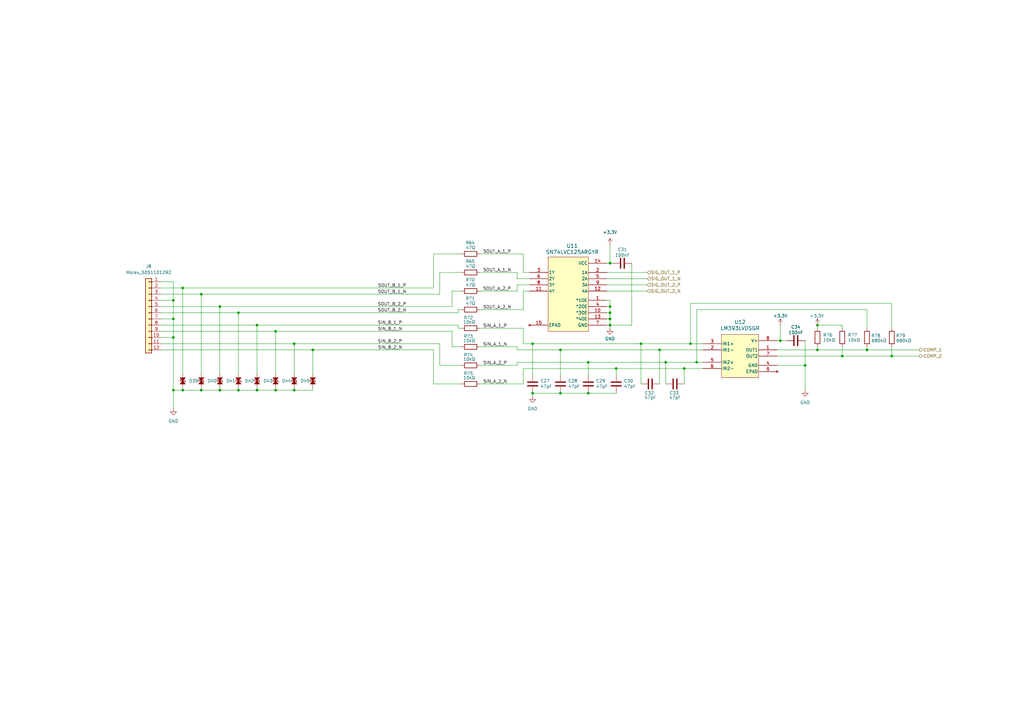
<source format=kicad_sch>
(kicad_sch (version 20250114) (generator "eeschema") (generator_version "9.0")
  (paper "A3")
  (title_block (title "Inner Small Panel Connector") (date "2025-08-04") (rev "REV A") (company "TamperSec") (comment 1 "Justin Newkirk"))
  (lib_symbols
    (symbol "Connector_Generic:Conn_01x12" (pin_names (offset 1.016) (hide yes))
      (property "Reference" "J" (at 0 15.24 0))
      (property "Value" "Conn_01x12" (at 0 -17.78 0))
      (symbol "Conn_01x12_1_1"
        (rectangle (start -1.27 13.97) (end 1.27 -16.51) (stroke (width 0.254)) (fill (type background)))
        (rectangle (start -1.27 12.827) (end 0 12.573) (stroke (width 0.1524)))
        (rectangle (start -1.27 10.287) (end 0 10.033) (stroke (width 0.1524)))
        (rectangle (start -1.27 7.747) (end 0 7.493) (stroke (width 0.1524)))
        (rectangle (start -1.27 5.207) (end 0 4.953) (stroke (width 0.1524)))
        (rectangle (start -1.27 2.667) (end 0 2.413) (stroke (width 0.1524)))
        (rectangle (start -1.27 0.127) (end 0 -0.127) (stroke (width 0.1524)))
        (rectangle (start -1.27 -2.413) (end 0 -2.667) (stroke (width 0.1524)))
        (rectangle (start -1.27 -4.953) (end 0 -5.207) (stroke (width 0.1524)))
        (rectangle (start -1.27 -7.493) (end 0 -7.747) (stroke (width 0.1524)))
        (rectangle (start -1.27 -10.033) (end 0 -10.287) (stroke (width 0.1524)))
        (rectangle (start -1.27 -12.573) (end 0 -12.827) (stroke (width 0.1524)))
        (rectangle (start -1.27 -15.113) (end 0 -15.367) (stroke (width 0.1524)))
        (pin passive line (at -5.08 12.7 0) (length 3.81) (name "Pin_1") (number "1"))
        (pin passive line (at -5.08 10.16 0) (length 3.81) (name "Pin_2") (number "2"))
        (pin passive line (at -5.08 7.62 0) (length 3.81) (name "Pin_3") (number "3"))
        (pin passive line (at -5.08 5.08 0) (length 3.81) (name "Pin_4") (number "4"))
        (pin passive line (at -5.08 2.54 0) (length 3.81) (name "Pin_5") (number "5"))
        (pin passive line (at -5.08 0 0) (length 3.81) (name "Pin_6") (number "6"))
        (pin passive line (at -5.08 -2.54 0) (length 3.81) (name "Pin_7") (number "7"))
        (pin passive line (at -5.08 -5.08 0) (length 3.81) (name "Pin_8") (number "8"))
        (pin passive line (at -5.08 -7.62 0) (length 3.81) (name "Pin_9") (number "9"))
        (pin passive line (at -5.08 -10.16 0) (length 3.81) (name "Pin_10") (number "10"))
        (pin passive line (at -5.08 -12.7 0) (length 3.81) (name "Pin_11") (number "11"))
        (pin passive line (at -5.08 -15.24 0) (length 3.81) (name "Pin_12") (number "12"))
      )
    )
    (symbol "Device:C" (pin_numbers (hide yes)) (pin_names (offset 0.254))
      (property "Reference" "C" (at 0.635 2.54 0))
      (property "Value" "C" (at 0.635 -2.54 0))
      (symbol "C_0_1"
        (polyline (pts (xy -2.032 0.762) (xy 2.032 0.762)) (stroke (width 0.508)))
        (polyline (pts (xy -2.032 -0.762) (xy 2.032 -0.762)) (stroke (width 0.508)))
      )
      (symbol "C_1_1"
        (pin passive line (at 0 3.81 270) (length 2.794) (name "~") (number "1"))
        (pin passive line (at 0 -3.81 90) (length 2.794) (name "~") (number "2"))
      )
    )
    (symbol "Device:D_TVS_Small_Filled" (pin_numbers (hide yes)) (pin_names (offset 1.016) (hide yes))
      (property "Reference" "D" (at 0 2.54 0))
      (property "Value" "D_TVS_Small_Filled" (at 0 -2.54 0))
      (symbol "D_TVS_Small_Filled_0_1"
        (polyline (pts (xy -1.27 0) (xy 1.27 0)))
        (polyline (pts (xy 0.508 1.016) (xy 0 1.016) (xy 0 -1.016) (xy -0.508 -1.016)) (stroke (width 0.254)))
      )
      (symbol "D_TVS_Small_Filled_1_1"
        (polyline (pts (xy -1.27 1.016) (xy -1.27 -1.016) (xy 0 0) (xy -1.27 1.016)) (stroke (width 0.254)) (fill (type outline)))
        (polyline (pts (xy 0 0) (xy 1.27 1.016) (xy 1.27 -1.016) (xy 0 0)) (stroke (width 0.254)) (fill (type outline)))
        (pin passive line (at -2.54 0 0) (length 1.27) (name "A1") (number "1"))
        (pin passive line (at 2.54 0 180) (length 1.27) (name "A2") (number "2"))
      )
    )
    (symbol "Device:R" (pin_numbers (hide yes)) (pin_names (offset 0))
      (property "Reference" "R" (at 2.032 0 90))
      (property "Value" "R" (at 0 0 90))
      (symbol "R_0_1"
        (rectangle (start -1.016 -2.54) (end 1.016 2.54) (stroke (width 0.254)))
      )
      (symbol "R_1_1"
        (pin passive line (at 0 3.81 270) (length 1.27) (name "~") (number "1"))
        (pin passive line (at 0 -3.81 90) (length 1.27) (name "~") (number "2"))
      )
    )
    (symbol "LM393LVDSGR:LM393LVDSGR" (pin_names (offset 0.254))
      (property "Reference" "U" (at 14.732 9.652 0))
      (property "Value" "LM393LVDSGR" (at 14.732 7.112 0))
      (symbol "LM393LVDSGR_0_1"
        (pin input line (at 0 1.27 0) (length 7.62) (name "IN1+") (number "3"))
        (pin input line (at 0 -1.27 0) (length 7.62) (name "IN1-") (number "2"))
        (pin input line (at 0 -6.35 0) (length 7.62) (name "IN2+") (number "5"))
        (pin input line (at 0 -8.89 0) (length 7.62) (name "IN2-") (number "6"))
        (pin power_in line (at 30.48 2.54 180) (length 7.62) (name "V+") (number "8"))
        (pin output line (at 30.48 -1.27 180) (length 7.62) (name "OUT1") (number "1"))
        (pin output line (at 30.48 -3.81 180) (length 7.62) (name "OUT2") (number "7"))
        (pin power_out line (at 30.48 -7.62 180) (length 7.62) (name "GND") (number "4"))
      )
      (symbol "LM393LVDSGR_1_1"
        (rectangle (start 7.62 5.08) (end 22.86 -12.7) (fill (type background)))
        (pin no_connect line (at 30.48 -10.16 180) (length 7.62) (name "EPAD") (number "9"))
      )
    )
    (symbol "SN74LVC125ARGYR:SN74LVC125ARGYR" (pin_names (offset 0.254))
      (property "Reference" "U" (at 17.78 9.652 0))
      (property "Value" "SN74LVC125ARGYR" (at 17.78 7.112 0))
      (symbol "SN74LVC125ARGYR_0_1"
        (rectangle (start 7.62 2.54) (end 24.13 -27.94) (fill (type background)))
        (pin output line (at 0 -3.81 0) (length 7.62) (name "1Y") (number "3"))
        (pin output line (at 0 -6.35 0) (length 7.62) (name "2Y") (number "6"))
        (pin output line (at 0 -8.89 0) (length 7.62) (name "3Y") (number "8"))
        (pin output line (at 0 -11.43 0) (length 7.62) (name "4Y") (number "11"))
        (pin power_in line (at 31.75 0 180) (length 7.62) (name "VCC") (number "14"))
        (pin input line (at 31.75 -3.81 180) (length 7.62) (name "1A") (number "2"))
        (pin input line (at 31.75 -6.35 180) (length 7.62) (name "2A") (number "5"))
        (pin input line (at 31.75 -8.89 180) (length 7.62) (name "3A") (number "9"))
        (pin input line (at 31.75 -11.43 180) (length 7.62) (name "4A") (number "12"))
        (pin input line (at 31.75 -15.24 180) (length 7.62) (name "*1OE") (number "1"))
        (pin input line (at 31.75 -17.78 180) (length 7.62) (name "*2OE") (number "4"))
        (pin input line (at 31.75 -20.32 180) (length 7.62) (name "*3OE") (number "10"))
        (pin input line (at 31.75 -22.86 180) (length 7.62) (name "*4OE") (number "13"))
        (pin power_in line (at 31.75 -25.4 180) (length 7.62) (name "GND") (number "7"))
      )
      (symbol "SN74LVC125ARGYR_1_1"
        (pin no_connect line (at 0 -25.4 0) (length 7.62) (name "EPAD") (number "15"))
      )
    )
    (symbol "power:+3.3V" (power) (pin_numbers (hide yes)) (pin_names (offset 0) (hide yes))
      (property "Value" "+3.3V" (at 0 3.556 0))
      (symbol "+3.3V_0_1"
        (polyline (pts (xy -0.762 1.27) (xy 0 2.54)))
        (polyline (pts (xy 0 2.54) (xy 0.762 1.27)))
        (polyline (pts (xy 0 0) (xy 0 2.54)))
      )
      (symbol "+3.3V_1_1"
        (pin power_in line (at 0 0 90) (length 0) (name "~") (number "1"))
      )
    )
    (symbol "power:GND" (power) (pin_numbers (hide yes)) (pin_names (offset 0) (hide yes))
      (property "Value" "GND" (at 0 -3.81 0))
      (symbol "GND_0_1"
        (polyline (pts (xy 0 0) (xy 0 -1.27) (xy 1.27 -1.27) (xy 0 -2.54) (xy -1.27 -1.27) (xy 0 -1.27)))
      )
      (symbol "GND_1_1"
        (pin power_in line (at 0 0 270) (length 0) (name "~") (number "1"))
      )
    )
  )
  (junction (at 113.03 135.89))
  (junction (at 71.12 160.02))
  (junction (at 320.04 139.7))
  (junction (at 250.19 107.95))
  (junction (at 82.55 120.65))
  (junction (at 74.93 160.02))
  (junction (at 97.79 128.27))
  (junction (at 365.76 146.05))
  (junction (at 345.44 146.05))
  (junction (at 335.28 133.35))
  (junction (at 229.87 161.29))
  (junction (at 105.41 160.02))
  (junction (at 250.19 130.81))
  (junction (at 285.75 148.59))
  (junction (at 250.19 128.27))
  (junction (at 90.17 125.73))
  (junction (at 241.3 161.29))
  (junction (at 335.28 143.51))
  (junction (at 218.44 140.97))
  (junction (at 105.41 133.35))
  (junction (at 280.67 151.13))
  (junction (at 82.55 160.02))
  (junction (at 120.65 140.97))
  (junction (at 355.6 143.51))
  (junction (at 229.87 143.51))
  (junction (at 113.03 160.02))
  (junction (at 273.05 148.59))
  (junction (at 241.3 148.59))
  (junction (at 71.12 130.81))
  (junction (at 283.21 140.97))
  (junction (at 218.44 161.29))
  (junction (at 90.17 160.02))
  (junction (at 250.19 133.35))
  (junction (at 262.89 140.97))
  (junction (at 74.93 118.11))
  (junction (at 252.73 151.13))
  (junction (at 270.51 143.51))
  (junction (at 97.79 160.02))
  (junction (at 250.19 125.73))
  (junction (at 128.27 143.51))
  (junction (at 120.65 160.02))
  (junction (at 71.12 123.19))
  (junction (at 330.2 149.86))
  (junction (at 71.12 138.43))
  (wire (pts (xy 248.92 119.38) (xy 265.43 119.38)))
  (wire (pts (xy 345.44 142.24) (xy 345.44 146.05)))
  (wire (pts (xy 250.19 130.81) (xy 248.92 130.81)))
  (wire (pts (xy 212.09 148.59) (xy 241.3 148.59)))
  (wire (pts (xy 71.12 123.19) (xy 71.12 130.81)))
  (wire (pts (xy 105.41 133.35) (xy 187.96 133.35)))
  (wire (pts (xy 250.19 125.73) (xy 250.19 128.27)))
  (wire (pts (xy 196.85 157.48) (xy 214.63 157.48)))
  (wire (pts (xy 90.17 125.73) (xy 90.17 153.67)))
  (wire (pts (xy 97.79 160.02) (xy 105.41 160.02)))
  (wire (pts (xy 217.17 114.3) (xy 212.09 114.3)))
  (wire (pts (xy 66.04 135.89) (xy 113.03 135.89)))
  (wire (pts (xy 120.65 140.97) (xy 120.65 153.67)))
  (wire (pts (xy 128.27 143.51) (xy 128.27 153.67)))
  (wire (pts (xy 212.09 148.59) (xy 212.09 149.86)))
  (wire (pts (xy 365.76 134.62) (xy 365.76 124.46)))
  (wire (pts (xy 320.04 139.7) (xy 322.58 139.7)))
  (wire (pts (xy 335.28 142.24) (xy 335.28 143.51)))
  (wire (pts (xy 250.19 123.19) (xy 250.19 125.73)))
  (wire (pts (xy 120.65 140.97) (xy 180.34 140.97)))
  (wire (pts (xy 214.63 140.97) (xy 214.63 134.62)))
  (wire (pts (xy 180.34 111.76) (xy 189.23 111.76)))
  (wire (pts (xy 66.04 128.27) (xy 97.79 128.27)))
  (wire (pts (xy 248.92 116.84) (xy 265.43 116.84)))
  (wire (pts (xy 66.04 123.19) (xy 71.12 123.19)))
  (wire (pts (xy 113.03 135.89) (xy 185.42 135.89)))
  (wire (pts (xy 285.75 127) (xy 285.75 148.59)))
  (wire (pts (xy 196.85 111.76) (xy 212.09 111.76)))
  (wire (pts (xy 189.23 157.48) (xy 177.8 157.48)))
  (wire (pts (xy 273.05 148.59) (xy 273.05 157.48)))
  (wire (pts (xy 196.85 119.38) (xy 212.09 119.38)))
  (wire (pts (xy 187.96 127) (xy 189.23 127)))
  (wire (pts (xy 218.44 161.29) (xy 229.87 161.29)))
  (wire (pts (xy 82.55 160.02) (xy 82.55 158.75)))
  (wire (pts (xy 71.12 160.02) (xy 74.93 160.02)))
  (wire (pts (xy 82.55 160.02) (xy 90.17 160.02)))
  (wire (pts (xy 218.44 162.56) (xy 218.44 161.29)))
  (wire (pts (xy 355.6 127) (xy 285.75 127)))
  (wire (pts (xy 318.77 146.05) (xy 345.44 146.05)))
  (wire (pts (xy 335.28 133.35) (xy 335.28 134.62)))
  (wire (pts (xy 365.76 142.24) (xy 365.76 146.05)))
  (wire (pts (xy 97.79 160.02) (xy 97.79 158.75)))
  (wire (pts (xy 185.42 142.24) (xy 185.42 135.89)))
  (wire (pts (xy 113.03 160.02) (xy 113.03 158.75)))
  (wire (pts (xy 113.03 160.02) (xy 120.65 160.02)))
  (wire (pts (xy 262.89 140.97) (xy 262.89 157.48)))
  (wire (pts (xy 196.85 104.14) (xy 214.63 104.14)))
  (wire (pts (xy 71.12 138.43) (xy 71.12 160.02)))
  (wire (pts (xy 120.65 160.02) (xy 128.27 160.02)))
  (wire (pts (xy 212.09 142.24) (xy 196.85 142.24)))
  (wire (pts (xy 318.77 149.86) (xy 330.2 149.86)))
  (wire (pts (xy 196.85 149.86) (xy 212.09 149.86)))
  (wire (pts (xy 180.34 140.97) (xy 180.34 149.86)))
  (wire (pts (xy 97.79 128.27) (xy 97.79 153.67)))
  (wire (pts (xy 250.19 133.35) (xy 250.19 134.62)))
  (wire (pts (xy 189.23 142.24) (xy 185.42 142.24)))
  (wire (pts (xy 90.17 160.02) (xy 97.79 160.02)))
  (wire (pts (xy 66.04 140.97) (xy 120.65 140.97)))
  (wire (pts (xy 320.04 133.35) (xy 320.04 139.7)))
  (wire (pts (xy 105.41 160.02) (xy 105.41 158.75)))
  (wire (pts (xy 355.6 134.62) (xy 355.6 127)))
  (wire (pts (xy 214.63 151.13) (xy 214.63 157.48)))
  (wire (pts (xy 189.23 134.62) (xy 187.96 134.62)))
  (wire (pts (xy 212.09 142.24) (xy 212.09 143.51)))
  (wire (pts (xy 318.77 143.51) (xy 335.28 143.51)))
  (wire (pts (xy 214.63 134.62) (xy 196.85 134.62)))
  (wire (pts (xy 229.87 143.51) (xy 270.51 143.51)))
  (wire (pts (xy 66.04 143.51) (xy 128.27 143.51)))
  (wire (pts (xy 212.09 143.51) (xy 229.87 143.51)))
  (wire (pts (xy 66.04 133.35) (xy 105.41 133.35)))
  (wire (pts (xy 365.76 124.46) (xy 283.21 124.46)))
  (wire (pts (xy 345.44 134.62) (xy 345.44 133.35)))
  (wire (pts (xy 214.63 119.38) (xy 217.17 119.38)))
  (wire (pts (xy 66.04 115.57) (xy 71.12 115.57)))
  (wire (pts (xy 335.28 133.35) (xy 345.44 133.35)))
  (wire (pts (xy 97.79 128.27) (xy 187.96 128.27)))
  (wire (pts (xy 185.42 125.73) (xy 185.42 119.38)))
  (wire (pts (xy 270.51 143.51) (xy 288.29 143.51)))
  (wire (pts (xy 113.03 135.89) (xy 113.03 153.67)))
  (wire (pts (xy 177.8 118.11) (xy 177.8 104.14)))
  (wire (pts (xy 74.93 118.11) (xy 177.8 118.11)))
  (wire (pts (xy 241.3 148.59) (xy 273.05 148.59)))
  (wire (pts (xy 128.27 160.02) (xy 128.27 158.75)))
  (wire (pts (xy 250.19 125.73) (xy 248.92 125.73)))
  (wire (pts (xy 66.04 125.73) (xy 90.17 125.73)))
  (wire (pts (xy 74.93 160.02) (xy 74.93 158.75)))
  (wire (pts (xy 214.63 119.38) (xy 214.63 127)))
  (wire (pts (xy 355.6 143.51) (xy 377.19 143.51)))
  (wire (pts (xy 335.28 143.51) (xy 355.6 143.51)))
  (wire (pts (xy 212.09 116.84) (xy 212.09 119.38)))
  (wire (pts (xy 259.08 107.95) (xy 259.08 133.35)))
  (wire (pts (xy 241.3 148.59) (xy 241.3 153.67)))
  (wire (pts (xy 212.09 114.3) (xy 212.09 111.76)))
  (wire (pts (xy 318.77 139.7) (xy 320.04 139.7)))
  (wire (pts (xy 90.17 160.02) (xy 90.17 158.75)))
  (wire (pts (xy 252.73 151.13) (xy 252.73 153.67)))
  (wire (pts (xy 82.55 120.65) (xy 82.55 153.67)))
  (wire (pts (xy 196.85 127) (xy 214.63 127)))
  (wire (pts (xy 187.96 134.62) (xy 187.96 133.35)))
  (wire (pts (xy 66.04 118.11) (xy 74.93 118.11)))
  (wire (pts (xy 285.75 148.59) (xy 288.29 148.59)))
  (wire (pts (xy 250.19 123.19) (xy 248.92 123.19)))
  (wire (pts (xy 214.63 104.14) (xy 214.63 111.76)))
  (wire (pts (xy 345.44 146.05) (xy 365.76 146.05)))
  (wire (pts (xy 71.12 130.81) (xy 71.12 138.43)))
  (wire (pts (xy 250.19 128.27) (xy 250.19 130.81)))
  (wire (pts (xy 270.51 143.51) (xy 270.51 157.48)))
  (wire (pts (xy 355.6 142.24) (xy 355.6 143.51)))
  (wire (pts (xy 250.19 130.81) (xy 250.19 133.35)))
  (wire (pts (xy 250.19 100.33) (xy 250.19 107.95)))
  (wire (pts (xy 180.34 149.86) (xy 189.23 149.86)))
  (wire (pts (xy 105.41 160.02) (xy 113.03 160.02)))
  (wire (pts (xy 66.04 138.43) (xy 71.12 138.43)))
  (wire (pts (xy 280.67 151.13) (xy 288.29 151.13)))
  (wire (pts (xy 74.93 160.02) (xy 82.55 160.02)))
  (wire (pts (xy 120.65 160.02) (xy 120.65 158.75)))
  (wire (pts (xy 330.2 149.86) (xy 330.2 160.02)))
  (wire (pts (xy 262.89 140.97) (xy 283.21 140.97)))
  (wire (pts (xy 187.96 128.27) (xy 187.96 127)))
  (wire (pts (xy 214.63 151.13) (xy 252.73 151.13)))
  (wire (pts (xy 218.44 153.67) (xy 218.44 140.97)))
  (wire (pts (xy 66.04 130.81) (xy 71.12 130.81)))
  (wire (pts (xy 283.21 124.46) (xy 283.21 140.97)))
  (wire (pts (xy 177.8 157.48) (xy 177.8 143.51)))
  (wire (pts (xy 128.27 143.51) (xy 177.8 143.51)))
  (wire (pts (xy 214.63 111.76) (xy 217.17 111.76)))
  (wire (pts (xy 229.87 143.51) (xy 229.87 153.67)))
  (wire (pts (xy 218.44 140.97) (xy 262.89 140.97)))
  (wire (pts (xy 248.92 114.3) (xy 265.43 114.3)))
  (wire (pts (xy 74.93 118.11) (xy 74.93 153.67)))
  (wire (pts (xy 250.19 133.35) (xy 248.92 133.35)))
  (wire (pts (xy 330.2 149.86) (xy 330.2 139.7)))
  (wire (pts (xy 250.19 133.35) (xy 259.08 133.35)))
  (wire (pts (xy 82.55 120.65) (xy 180.34 120.65)))
  (wire (pts (xy 248.92 107.95) (xy 250.19 107.95)))
  (wire (pts (xy 252.73 151.13) (xy 280.67 151.13)))
  (wire (pts (xy 248.92 111.76) (xy 265.43 111.76)))
  (wire (pts (xy 71.12 115.57) (xy 71.12 123.19)))
  (wire (pts (xy 251.46 107.95) (xy 250.19 107.95)))
  (wire (pts (xy 214.63 140.97) (xy 218.44 140.97)))
  (wire (pts (xy 66.04 120.65) (xy 82.55 120.65)))
  (wire (pts (xy 250.19 128.27) (xy 248.92 128.27)))
  (wire (pts (xy 71.12 160.02) (xy 71.12 167.64)))
  (wire (pts (xy 365.76 146.05) (xy 377.19 146.05)))
  (wire (pts (xy 105.41 133.35) (xy 105.41 153.67)))
  (wire (pts (xy 90.17 125.73) (xy 185.42 125.73)))
  (wire (pts (xy 177.8 104.14) (xy 189.23 104.14)))
  (wire (pts (xy 273.05 148.59) (xy 285.75 148.59)))
  (wire (pts (xy 185.42 119.38) (xy 189.23 119.38)))
  (wire (pts (xy 280.67 151.13) (xy 280.67 157.48)))
  (wire (pts (xy 229.87 161.29) (xy 241.3 161.29)))
  (wire (pts (xy 241.3 161.29) (xy 252.73 161.29)))
  (wire (pts (xy 180.34 120.65) (xy 180.34 111.76)))
  (wire (pts (xy 283.21 140.97) (xy 288.29 140.97)))
  (wire (pts (xy 217.17 116.84) (xy 212.09 116.84)))
  (label "SIN_A_2_P" (at 198.12 149.86 0))
  (label "SOUT_A_2_N" (at 198.12 127 0))
  (label "SOUT_A_1_P" (at 198.12 104.14 0))
  (label "SIN_B_2_P" (at 154.94 140.97 0))
  (label "SIN_A_1_N" (at 198.12 142.24 0))
  (label "SIN_B_1_P" (at 154.94 133.35 0))
  (label "SIN_B_2_N" (at 154.94 143.51 0))
  (label "SIN_A_2_N" (at 198.12 157.48 0))
  (label "SOUT_B_1_P" (at 154.94 118.11 0))
  (label "SOUT_A_1_N" (at 198.12 111.76 0))
  (label "SOUT_B_1_N" (at 154.94 120.65 0))
  (label "SOUT_B_2_N" (at 154.94 128.27 0))
  (label "SIN_B_1_N" (at 154.94 135.89 0))
  (label "SOUT_B_2_P" (at 154.94 125.73 0))
  (label "SIN_A_1_P" (at 198.12 134.62 0))
  (label "SOUT_A_2_P" (at 198.12 119.38 0))
  (hierarchical_label "SIG_OUT_1_N" (shape input) (at 265.43 114.3 0))
  (hierarchical_label "SIG_OUT_1_P" (shape input) (at 265.43 111.76 0))
  (hierarchical_label "SIG_OUT_2_N" (shape input) (at 265.43 119.38 0))
  (hierarchical_label "COMP_2" (shape output) (at 377.19 146.05 0))
  (hierarchical_label "SIG_OUT_2_P" (shape input) (at 265.43 116.84 0))
  (hierarchical_label "COMP_1" (shape output) (at 377.19 143.51 0))
  (symbol (lib_id "Device:R") (at 193.04 149.86 270) (unit 1)
    (property "Reference" "R74" (at 194.056 145.542 90) (effects (justify right)))
    (property "Value" "10kΩ" (at 195.072 147.32 90) (effects (justify right)))
    (property "Footprint" "Capacitor_SMD:C_0201_0603Metric" (effects (hide yes)))
    (property "Datasheet" "https://www.lcsc.com/datasheet/lcsc_datasheet_2304140030_YAGEO-RC0201FR-0710KL_C106225.pdf" (effects (hide yes)))
    (property "Description" "Resistor" (effects (hide yes)))
    (property "JLCPCB Part #" "C106225" (effects (hide yes)))
    (property "Manufacturer Part #" "RC0201FR-0710KL" (effects (hide yes)))
    (property "Status" "Extended" (effects (hide yes)))
  )
  (symbol (lib_id "Device:C") (at 326.39 139.7 270) (unit 1)
    (property "Reference" "C34" (at 326.39 134.112 90))
    (property "Value" "100nF" (at 326.39 136.398 90))
    (property "Footprint" "Capacitor_SMD:C_0201_0603Metric" (effects (hide yes)))
    (property "Datasheet" "https://www.lcsc.com/datasheet/lcsc_datasheet_2304140030_Samsung-Electro-Mechanics-CL03A104KP3NNNC_C49062.pdf" (effects (hide yes)))
    (property "Description" "Unpolarized capacitor" (effects (hide yes)))
    (property "JLCPCB Part #" "C49062" (effects (hide yes)))
    (property "Manufacturer Part #" "CL03A104KP3NNNC" (effects (hide yes)))
    (property "Status" "Extended" (effects (hide yes)))
  )
  (symbol (lib_id "power:GND") (at 250.19 134.62 0) (unit 1)
    (property "Reference" "#PWR035" (effects (hide yes)))
    (property "Value" "GND" (at 250.19 138.938 0))
    (property "Description" "Power symbol creates a global label with name \"GND\" , ground" (effects (hide yes)))
  )
  (symbol (lib_id "Device:D_TVS_Small_Filled") (at 74.93 156.21 270) (unit 1)
    (property "Reference" "D39" (at 77.47 156.2099 90) (effects (justify left)))
    (property "Value" "H5VL10B" (effects (hide yes)))
    (property "Footprint" "Diode_SMD:D_SOD-882D" (effects (hide yes)))
    (property "Datasheet" "https://wmsc.lcsc.com/wmsc/upload/file/pdf/v2/lcsc/2306301553_hongjiacheng-H5VL10B_C7420372.pdf" (effects (hide yes)))
    (property "Description" "Bidirectional transient-voltage-suppression diode, small symbol, filled shape" (effects (hide yes)))
    (property "JLCPCB Part #" "C7420372" (effects (hide yes)))
    (property "Manufacturer Part #" "H5VL10B" (effects (hide yes)))
    (property "Status" "Preferred" (effects (hide yes)))
  )
  (symbol (lib_id "SN74LVC125ARGYR:SN74LVC125ARGYR") (at 217.17 107.95 0) (unit 1)
    (property "Reference" "U11" (at 234.696 100.838 0) (effects (font (size 1.524 1.524))))
    (property "Value" "SN74LVC125ARGYR" (at 234.696 103.378 0) (effects (font (size 1.524 1.524))))
    (property "Footprint" "RGY14_2P05X2P05" (effects (hide yes)))
    (property "Datasheet" "https://www.ti.com/lit/gpn/sn74lvc125a" (effects (hide yes)))
    (property "JLCPCB Part #" "C2652108" (effects (hide yes)))
    (property "Manufacturer Part #" "SN74LVC125ARGYR" (effects (hide yes)))
    (property "Status" "Extended" (effects (hide yes)))
  )
  (symbol (lib_id "Device:D_TVS_Small_Filled") (at 120.65 156.21 270) (unit 1)
    (property "Reference" "D45" (at 123.19 156.2099 90) (effects (justify left)))
    (property "Value" "H5VL10B" (effects (hide yes)))
    (property "Footprint" "Diode_SMD:D_SOD-882D" (effects (hide yes)))
    (property "Datasheet" "https://wmsc.lcsc.com/wmsc/upload/file/pdf/v2/lcsc/2306301553_hongjiacheng-H5VL10B_C7420372.pdf" (effects (hide yes)))
    (property "Description" "Bidirectional transient-voltage-suppression diode, small symbol, filled shape" (effects (hide yes)))
    (property "JLCPCB Part #" "C7420372" (effects (hide yes)))
    (property "Manufacturer Part #" "H5VL10B" (effects (hide yes)))
    (property "Status" "Preferred" (effects (hide yes)))
  )
  (symbol (lib_id "Device:R") (at 193.04 142.24 270) (unit 1)
    (property "Reference" "R73" (at 194.056 137.922 90) (effects (justify right)))
    (property "Value" "10kΩ" (at 195.072 139.7 90) (effects (justify right)))
    (property "Footprint" "Capacitor_SMD:C_0201_0603Metric" (effects (hide yes)))
    (property "Datasheet" "https://www.lcsc.com/datasheet/lcsc_datasheet_2304140030_YAGEO-RC0201FR-0710KL_C106225.pdf" (effects (hide yes)))
    (property "Description" "Resistor" (effects (hide yes)))
    (property "JLCPCB Part #" "C106225" (effects (hide yes)))
    (property "Manufacturer Part #" "RC0201FR-0710KL" (effects (hide yes)))
    (property "Status" "Extended" (effects (hide yes)))
  )
  (symbol (lib_id "Device:C") (at 276.86 157.48 90) (unit 1)
    (property "Reference" "C33" (at 276.479 161.163 90))
    (property "Value" "47pF" (at 276.86 163.068 90))
    (property "Footprint" "Capacitor_SMD:C_0201_0603Metric" (effects (hide yes)))
    (property "Datasheet" "https://jlcpcb.com/api/file/downloadByFileSystemAccessId/8590905735629266944" (effects (hide yes)))
    (property "Description" "Unpolarized capacitor" (effects (hide yes)))
    (property "JLCPCB Part #" "C62546" (effects (hide yes)))
    (property "Manufacturer Part #" "0201CG470J500NT" (effects (hide yes)))
    (property "Status" "Extended" (effects (hide yes)))
  )
  (symbol (lib_id "Device:D_TVS_Small_Filled") (at 105.41 156.21 270) (unit 1)
    (property "Reference" "D43" (at 107.95 156.2099 90) (effects (justify left)))
    (property "Value" "H5VL10B" (effects (hide yes)))
    (property "Footprint" "Diode_SMD:D_SOD-882D" (effects (hide yes)))
    (property "Datasheet" "https://wmsc.lcsc.com/wmsc/upload/file/pdf/v2/lcsc/2306301553_hongjiacheng-H5VL10B_C7420372.pdf" (effects (hide yes)))
    (property "Description" "Bidirectional transient-voltage-suppression diode, small symbol, filled shape" (effects (hide yes)))
    (property "JLCPCB Part #" "C7420372" (effects (hide yes)))
    (property "Manufacturer Part #" "H5VL10B" (effects (hide yes)))
    (property "Status" "Preferred" (effects (hide yes)))
  )
  (symbol (lib_id "Device:R") (at 193.04 104.14 90) (unit 1)
    (property "Reference" "R64" (at 194.818 99.568 90) (effects (justify left)))
    (property "Value" "47Ω" (at 195.072 101.6 90) (effects (justify left)))
    (property "Footprint" "Resistor_SMD:R_0201_0603Metric" (effects (hide yes)))
    (property "Datasheet" "https://jlcpcb.com/api/file/downloadByFileSystemAccessId/8589808164071120896" (effects (hide yes)))
    (property "Description" "Resistor" (effects (hide yes)))
    (property "JLCPCB Part #" "C273279 " (effects (hide yes)))
    (property "Manufacturer Part #" "RC0201FR-0747RL" (effects (hide yes)))
    (property "Status" "Extended" (effects (hide yes)))
  )
  (symbol (lib_id "power:GND") (at 71.12 167.64 0) (unit 1)
    (property "Reference" "#PWR032" (effects (hide yes)))
    (property "Value" "GND" (at 71.12 172.72 0))
    (property "Description" "Power symbol creates a global label with name \"GND\" , ground" (effects (hide yes)))
  )
  (symbol (lib_id "power:+3.3V") (at 320.04 133.35 0) (unit 1)
    (property "Reference" "#PWR036" (effects (hide yes)))
    (property "Value" "+3.3V" (at 320.04 129.54 0))
    (property "Description" "Power symbol creates a global label with name \"+3.3V\"" (effects (hide yes)))
  )
  (symbol (lib_id "Device:D_TVS_Small_Filled") (at 82.55 156.21 270) (unit 1)
    (property "Reference" "D40" (at 85.09 156.2099 90) (effects (justify left)))
    (property "Value" "H5VL10B" (effects (hide yes)))
    (property "Footprint" "Diode_SMD:D_SOD-882D" (effects (hide yes)))
    (property "Datasheet" "https://wmsc.lcsc.com/wmsc/upload/file/pdf/v2/lcsc/2306301553_hongjiacheng-H5VL10B_C7420372.pdf" (effects (hide yes)))
    (property "Description" "Bidirectional transient-voltage-suppression diode, small symbol, filled shape" (effects (hide yes)))
    (property "JLCPCB Part #" "C7420372" (effects (hide yes)))
    (property "Manufacturer Part #" "H5VL10B" (effects (hide yes)))
    (property "Status" "Preferred" (effects (hide yes)))
  )
  (symbol (lib_id "Device:R") (at 345.44 138.43 0) (unit 1)
    (property "Reference" "R77" (at 347.726 137.414 0) (effects (justify left)))
    (property "Value" "10kΩ" (at 347.726 139.446 0) (effects (justify left)))
    (property "Footprint" "Capacitor_SMD:C_0201_0603Metric" (effects (hide yes)))
    (property "Datasheet" "https://www.lcsc.com/datasheet/lcsc_datasheet_2304140030_YAGEO-RC0201FR-0710KL_C106225.pdf" (effects (hide yes)))
    (property "Description" "Resistor" (effects (hide yes)))
    (property "JLCPCB Part #" "C106225" (effects (hide yes)))
    (property "Manufacturer Part #" "RC0201FR-0710KL" (effects (hide yes)))
    (property "Status" "Extended" (effects (hide yes)))
  )
  (symbol (lib_id "Device:R") (at 335.28 138.43 0) (unit 1)
    (property "Reference" "R76" (at 337.566 137.414 0) (effects (justify left)))
    (property "Value" "10kΩ" (at 337.566 139.446 0) (effects (justify left)))
    (property "Footprint" "Capacitor_SMD:C_0201_0603Metric" (effects (hide yes)))
    (property "Datasheet" "https://www.lcsc.com/datasheet/lcsc_datasheet_2304140030_YAGEO-RC0201FR-0710KL_C106225.pdf" (effects (hide yes)))
    (property "Description" "Resistor" (effects (hide yes)))
    (property "JLCPCB Part #" "C106225" (effects (hide yes)))
    (property "Manufacturer Part #" "RC0201FR-0710KL" (effects (hide yes)))
    (property "Status" "Extended" (effects (hide yes)))
  )
  (symbol (lib_id "Device:D_TVS_Small_Filled") (at 97.79 156.21 270) (unit 1)
    (property "Reference" "D42" (at 100.33 156.2099 90) (effects (justify left)))
    (property "Value" "H5VL10B" (effects (hide yes)))
    (property "Footprint" "Diode_SMD:D_SOD-882D" (effects (hide yes)))
    (property "Datasheet" "https://wmsc.lcsc.com/wmsc/upload/file/pdf/v2/lcsc/2306301553_hongjiacheng-H5VL10B_C7420372.pdf" (effects (hide yes)))
    (property "Description" "Bidirectional transient-voltage-suppression diode, small symbol, filled shape" (effects (hide yes)))
    (property "JLCPCB Part #" "C7420372" (effects (hide yes)))
    (property "Manufacturer Part #" "H5VL10B" (effects (hide yes)))
    (property "Status" "Preferred" (effects (hide yes)))
  )
  (symbol (lib_id "Device:C") (at 218.44 157.48 0) (unit 1)
    (property "Reference" "C27" (at 223.52 156.21 0))
    (property "Value" "47pF" (at 224.028 158.496 0))
    (property "Footprint" "Capacitor_SMD:C_0201_0603Metric" (effects (hide yes)))
    (property "Datasheet" "https://jlcpcb.com/api/file/downloadByFileSystemAccessId/8590905735629266944" (effects (hide yes)))
    (property "Description" "Unpolarized capacitor" (effects (hide yes)))
    (property "JLCPCB Part #" "C62546" (effects (hide yes)))
    (property "Manufacturer Part #" "0201CG470J500NT" (effects (hide yes)))
    (property "Status" "Extended" (effects (hide yes)))
  )
  (symbol (lib_id "Connector_Generic:Conn_01x12") (at 60.96 128.27 0) (mirror y) (unit 1)
    (property "Reference" "J8" (at 60.96 109.22 0))
    (property "Value" "Molex_5051101292" (at 60.96 111.76 0))
    (property "Footprint" "ul_5051101292:CON_5051101292_MOL" (effects (hide yes)))
    (property "Description" "Generic connector, single row, 01x12, script generated (kicad-library-utils/schlib/autogen/connector/)" (effects (hide yes)))
  )
  (symbol (lib_id "power:+3.3V") (at 250.19 100.33 0) (unit 1)
    (property "Reference" "#PWR034" (effects (hide yes)))
    (property "Value" "+3.3V" (at 250.19 95.25 0))
    (property "Description" "Power symbol creates a global label with name \"+3.3V\"" (effects (hide yes)))
  )
  (symbol (lib_id "Device:C") (at 252.73 157.48 0) (unit 1)
    (property "Reference" "C30" (at 257.81 156.21 0))
    (property "Value" "47pF" (at 258.318 158.496 0))
    (property "Footprint" "Capacitor_SMD:C_0201_0603Metric" (effects (hide yes)))
    (property "Datasheet" "https://jlcpcb.com/api/file/downloadByFileSystemAccessId/8590905735629266944" (effects (hide yes)))
    (property "Description" "Unpolarized capacitor" (effects (hide yes)))
    (property "JLCPCB Part #" "C62546" (effects (hide yes)))
    (property "Manufacturer Part #" "0201CG470J500NT" (effects (hide yes)))
    (property "Status" "Extended" (effects (hide yes)))
  )
  (symbol (lib_id "Device:C") (at 241.3 157.48 0) (unit 1)
    (property "Reference" "C29" (at 246.38 156.21 0))
    (property "Value" "47pF" (at 246.888 158.496 0))
    (property "Footprint" "Capacitor_SMD:C_0201_0603Metric" (effects (hide yes)))
    (property "Datasheet" "https://jlcpcb.com/api/file/downloadByFileSystemAccessId/8590905735629266944" (effects (hide yes)))
    (property "Description" "Unpolarized capacitor" (effects (hide yes)))
    (property "JLCPCB Part #" "C62546" (effects (hide yes)))
    (property "Manufacturer Part #" "0201CG470J500NT" (effects (hide yes)))
    (property "Status" "Extended" (effects (hide yes)))
  )
  (symbol (lib_id "Device:C") (at 266.7 157.48 90) (unit 1)
    (property "Reference" "C32" (at 266.319 161.163 90))
    (property "Value" "47pF" (at 266.7 163.068 90))
    (property "Footprint" "Capacitor_SMD:C_0201_0603Metric" (effects (hide yes)))
    (property "Datasheet" "https://jlcpcb.com/api/file/downloadByFileSystemAccessId/8590905735629266944" (effects (hide yes)))
    (property "Description" "Unpolarized capacitor" (effects (hide yes)))
    (property "JLCPCB Part #" "C62546" (effects (hide yes)))
    (property "Manufacturer Part #" "0201CG470J500NT" (effects (hide yes)))
    (property "Status" "Extended" (effects (hide yes)))
  )
  (symbol (lib_id "Device:D_TVS_Small_Filled") (at 128.27 156.21 270) (unit 1)
    (property "Reference" "D46" (effects (hide yes)))
    (property "Value" "H5VL10B" (effects (hide yes)))
    (property "Footprint" "Diode_SMD:D_SOD-882D" (effects (hide yes)))
    (property "Datasheet" "https://wmsc.lcsc.com/wmsc/upload/file/pdf/v2/lcsc/2306301553_hongjiacheng-H5VL10B_C7420372.pdf" (effects (hide yes)))
    (property "Description" "Bidirectional transient-voltage-suppression diode, small symbol, filled shape" (effects (hide yes)))
    (property "JLCPCB Part #" "C7420372" (effects (hide yes)))
    (property "Manufacturer Part #" "H5VL10B" (effects (hide yes)))
    (property "Status" "Preferred" (effects (hide yes)))
  )
  (symbol (lib_id "Device:R") (at 193.04 157.48 270) (unit 1)
    (property "Reference" "R75" (at 194.056 153.162 90) (effects (justify right)))
    (property "Value" "10kΩ" (at 195.072 154.94 90) (effects (justify right)))
    (property "Footprint" "Capacitor_SMD:C_0201_0603Metric" (effects (hide yes)))
    (property "Datasheet" "https://www.lcsc.com/datasheet/lcsc_datasheet_2304140030_YAGEO-RC0201FR-0710KL_C106225.pdf" (effects (hide yes)))
    (property "Description" "Resistor" (effects (hide yes)))
    (property "JLCPCB Part #" "C106225" (effects (hide yes)))
    (property "Manufacturer Part #" "RC0201FR-0710KL" (effects (hide yes)))
    (property "Status" "Extended" (effects (hide yes)))
  )
  (symbol (lib_id "Device:R") (at 193.04 134.62 270) (unit 1)
    (property "Reference" "R72" (at 194.056 130.302 90) (effects (justify right)))
    (property "Value" "10kΩ" (at 195.072 132.08 90) (effects (justify right)))
    (property "Footprint" "Capacitor_SMD:C_0201_0603Metric" (effects (hide yes)))
    (property "Datasheet" "https://www.lcsc.com/datasheet/lcsc_datasheet_2304140030_YAGEO-RC0201FR-0710KL_C106225.pdf" (effects (hide yes)))
    (property "Description" "Resistor" (effects (hide yes)))
    (property "JLCPCB Part #" "C106225" (effects (hide yes)))
    (property "Manufacturer Part #" "RC0201FR-0710KL" (effects (hide yes)))
    (property "Status" "Extended" (effects (hide yes)))
  )
  (symbol (lib_id "Device:R") (at 193.04 119.38 90) (unit 1)
    (property "Reference" "R70" (at 194.818 114.808 90) (effects (justify left)))
    (property "Value" "47Ω" (at 195.072 116.84 90) (effects (justify left)))
    (property "Footprint" "Resistor_SMD:R_0201_0603Metric" (effects (hide yes)))
    (property "Datasheet" "https://jlcpcb.com/api/file/downloadByFileSystemAccessId/8589808164071120896" (effects (hide yes)))
    (property "Description" "Resistor" (effects (hide yes)))
    (property "JLCPCB Part #" "C273279 " (effects (hide yes)))
    (property "Manufacturer Part #" "RC0201FR-0747RL" (effects (hide yes)))
    (property "Status" "Extended" (effects (hide yes)))
  )
  (symbol (lib_id "Device:R") (at 355.6 138.43 180) (unit 1)
    (property "Reference" "R78" (at 361.188 137.668 0) (effects (justify left)))
    (property "Value" "680kΩ" (at 363.728 139.7 0) (effects (justify left)))
    (property "Footprint" "Resistor_SMD:R_0201_0603Metric" (effects (hide yes)))
    (property "Datasheet" "https://jlcpcb.com/api/file/downloadByFileSystemAccessId/8590909617453019136" (effects (hide yes)))
    (property "Description" "Resistor" (effects (hide yes)))
    (property "JLCPCB Part #" "C473493" (effects (hide yes)))
    (property "Manufacturer Part #" "0201WMF6803TEE" (effects (hide yes)))
    (property "Status" "Extended" (effects (hide yes)))
  )
  (symbol (lib_id "power:+3.3V") (at 335.28 133.35 0) (unit 1)
    (property "Reference" "#PWR038" (effects (hide yes)))
    (property "Value" "+3.3V" (at 335.026 129.54 0))
    (property "Description" "Power symbol creates a global label with name \"+3.3V\"" (effects (hide yes)))
  )
  (symbol (lib_id "Device:R") (at 193.04 111.76 90) (unit 1)
    (property "Reference" "R65" (at 194.818 107.188 90) (effects (justify left)))
    (property "Value" "47Ω" (at 195.072 109.22 90) (effects (justify left)))
    (property "Footprint" "Resistor_SMD:R_0201_0603Metric" (effects (hide yes)))
    (property "Datasheet" "https://jlcpcb.com/api/file/downloadByFileSystemAccessId/8589808164071120896" (effects (hide yes)))
    (property "Description" "Resistor" (effects (hide yes)))
    (property "JLCPCB Part #" "C273279 " (effects (hide yes)))
    (property "Manufacturer Part #" "RC0201FR-0747RL" (effects (hide yes)))
    (property "Status" "Extended" (effects (hide yes)))
  )
  (symbol (lib_id "power:GND") (at 330.2 160.02 0) (unit 1)
    (property "Reference" "#PWR037" (effects (hide yes)))
    (property "Value" "GND" (at 330.2 165.1 0))
    (property "Description" "Power symbol creates a global label with name \"GND\" , ground" (effects (hide yes)))
  )
  (symbol (lib_id "Device:C") (at 255.27 107.95 270) (unit 1)
    (property "Reference" "C31" (at 255.27 102.362 90))
    (property "Value" "100nF" (at 255.27 104.648 90))
    (property "Footprint" "Capacitor_SMD:C_0201_0603Metric" (effects (hide yes)))
    (property "Datasheet" "https://www.lcsc.com/datasheet/lcsc_datasheet_2304140030_Samsung-Electro-Mechanics-CL03A104KP3NNNC_C49062.pdf" (effects (hide yes)))
    (property "Description" "Unpolarized capacitor" (effects (hide yes)))
    (property "JLCPCB Part #" "C49062" (effects (hide yes)))
    (property "Manufacturer Part #" "CL03A104KP3NNNC" (effects (hide yes)))
    (property "Status" "Extended" (effects (hide yes)))
  )
  (symbol (lib_id "Device:D_TVS_Small_Filled") (at 113.03 156.21 270) (unit 1)
    (property "Reference" "D44" (at 115.57 156.2099 90) (effects (justify left)))
    (property "Value" "H5VL10B" (effects (hide yes)))
    (property "Footprint" "Diode_SMD:D_SOD-882D" (effects (hide yes)))
    (property "Datasheet" "https://wmsc.lcsc.com/wmsc/upload/file/pdf/v2/lcsc/2306301553_hongjiacheng-H5VL10B_C7420372.pdf" (effects (hide yes)))
    (property "Description" "Bidirectional transient-voltage-suppression diode, small symbol, filled shape" (effects (hide yes)))
    (property "JLCPCB Part #" "C7420372" (effects (hide yes)))
    (property "Manufacturer Part #" "H5VL10B" (effects (hide yes)))
    (property "Status" "Preferred" (effects (hide yes)))
  )
  (symbol (lib_id "Device:R") (at 193.04 127 90) (unit 1)
    (property "Reference" "R71" (at 194.818 122.428 90) (effects (justify left)))
    (property "Value" "47Ω" (at 195.072 124.46 90) (effects (justify left)))
    (property "Footprint" "Resistor_SMD:R_0201_0603Metric" (effects (hide yes)))
    (property "Datasheet" "https://jlcpcb.com/api/file/downloadByFileSystemAccessId/8589808164071120896" (effects (hide yes)))
    (property "Description" "Resistor" (effects (hide yes)))
    (property "JLCPCB Part #" "C273279 " (effects (hide yes)))
    (property "Manufacturer Part #" "RC0201FR-0747RL" (effects (hide yes)))
    (property "Status" "Extended" (effects (hide yes)))
  )
  (symbol (lib_id "Device:C") (at 229.87 157.48 0) (unit 1)
    (property "Reference" "C28" (at 234.95 156.21 0))
    (property "Value" "47pF" (at 235.458 158.496 0))
    (property "Footprint" "Capacitor_SMD:C_0201_0603Metric" (effects (hide yes)))
    (property "Datasheet" "https://jlcpcb.com/api/file/downloadByFileSystemAccessId/8590905735629266944" (effects (hide yes)))
    (property "Description" "Unpolarized capacitor" (effects (hide yes)))
    (property "JLCPCB Part #" "C62546" (effects (hide yes)))
    (property "Manufacturer Part #" "0201CG470J500NT" (effects (hide yes)))
    (property "Status" "Extended" (effects (hide yes)))
  )
  (symbol (lib_id "Device:R") (at 365.76 138.43 180) (unit 1)
    (property "Reference" "R79" (at 371.348 137.668 0) (effects (justify left)))
    (property "Value" "680kΩ" (at 373.888 139.7 0) (effects (justify left)))
    (property "Footprint" "Resistor_SMD:R_0201_0603Metric" (effects (hide yes)))
    (property "Datasheet" "https://jlcpcb.com/api/file/downloadByFileSystemAccessId/8590909617453019136" (effects (hide yes)))
    (property "Description" "Resistor" (effects (hide yes)))
    (property "JLCPCB Part #" "C473493" (effects (hide yes)))
    (property "Manufacturer Part #" "0201WMF6803TEE" (effects (hide yes)))
    (property "Status" "Extended" (effects (hide yes)))
  )
  (symbol (lib_id "LM393LVDSGR:LM393LVDSGR") (at 288.29 142.24 0) (unit 1)
    (property "Reference" "U12" (at 303.53 132.08 0) (effects (font (size 1.524 1.524))))
    (property "Value" "LM393LVDSGR" (at 303.53 134.62 0) (effects (font (size 1.524 1.524))))
    (property "Footprint" "WSON8_DSG_TEX" (effects (hide yes)))
    (property "Datasheet" "https://www.ti.com/lit/gpn/lm393lv" (effects (hide yes)))
    (property "JLCPCB Part #" "C3658410" (effects (hide yes)))
    (property "Manufacturer Part #" "LM393LVDSGR" (effects (hide yes)))
    (property "Status" "Extended" (effects (hide yes)))
  )
  (symbol (lib_id "Device:D_TVS_Small_Filled") (at 90.17 156.21 270) (unit 1)
    (property "Reference" "D41" (at 92.71 156.2099 90) (effects (justify left)))
    (property "Value" "H5VL10B" (effects (hide yes)))
    (property "Footprint" "Diode_SMD:D_SOD-882D" (effects (hide yes)))
    (property "Datasheet" "https://wmsc.lcsc.com/wmsc/upload/file/pdf/v2/lcsc/2306301553_hongjiacheng-H5VL10B_C7420372.pdf" (effects (hide yes)))
    (property "Description" "Bidirectional transient-voltage-suppression diode, small symbol, filled shape" (effects (hide yes)))
    (property "JLCPCB Part #" "C7420372" (effects (hide yes)))
    (property "Manufacturer Part #" "H5VL10B" (effects (hide yes)))
    (property "Status" "Preferred" (effects (hide yes)))
  )
  (symbol (lib_id "power:GND") (at 218.44 162.56 0) (unit 1)
    (property "Reference" "#PWR033" (effects (hide yes)))
    (property "Value" "GND" (at 218.44 167.64 0))
    (property "Description" "Power symbol creates a global label with name \"GND\" , ground" (effects (hide yes)))
  )
)
</source>
